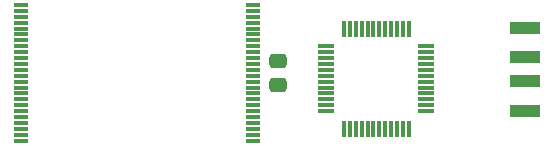
<source format=gbr>
%TF.GenerationSoftware,KiCad,Pcbnew,(6.0.5)*%
%TF.CreationDate,2023-05-24T20:51:29+03:00*%
%TF.ProjectId,USB_MASS_STORAGE_DEVICE,5553425f-4d41-4535-935f-53544f524147,rev?*%
%TF.SameCoordinates,Original*%
%TF.FileFunction,Paste,Top*%
%TF.FilePolarity,Positive*%
%FSLAX46Y46*%
G04 Gerber Fmt 4.6, Leading zero omitted, Abs format (unit mm)*
G04 Created by KiCad (PCBNEW (6.0.5)) date 2023-05-24 20:51:29*
%MOMM*%
%LPD*%
G01*
G04 APERTURE LIST*
G04 Aperture macros list*
%AMRoundRect*
0 Rectangle with rounded corners*
0 $1 Rounding radius*
0 $2 $3 $4 $5 $6 $7 $8 $9 X,Y pos of 4 corners*
0 Add a 4 corners polygon primitive as box body*
4,1,4,$2,$3,$4,$5,$6,$7,$8,$9,$2,$3,0*
0 Add four circle primitives for the rounded corners*
1,1,$1+$1,$2,$3*
1,1,$1+$1,$4,$5*
1,1,$1+$1,$6,$7*
1,1,$1+$1,$8,$9*
0 Add four rect primitives between the rounded corners*
20,1,$1+$1,$2,$3,$4,$5,0*
20,1,$1+$1,$4,$5,$6,$7,0*
20,1,$1+$1,$6,$7,$8,$9,0*
20,1,$1+$1,$8,$9,$2,$3,0*%
G04 Aperture macros list end*
%ADD10R,1.275000X0.300000*%
%ADD11R,2.500000X1.100000*%
%ADD12R,1.475000X0.300000*%
%ADD13R,0.300000X1.475000*%
%ADD14RoundRect,0.250000X0.475000X-0.337500X0.475000X0.337500X-0.475000X0.337500X-0.475000X-0.337500X0*%
G04 APERTURE END LIST*
D10*
%TO.C,K9GAG08U0E*%
X138238000Y-90375000D03*
X138238000Y-90875000D03*
X138238000Y-91375000D03*
X138238000Y-91875000D03*
X138238000Y-92375000D03*
X138238000Y-92875000D03*
X138238000Y-93375000D03*
X138238000Y-93875000D03*
X138238000Y-94375000D03*
X138238000Y-94875000D03*
X138238000Y-95375000D03*
X138238000Y-95875000D03*
X138238000Y-96375000D03*
X138238000Y-96875000D03*
X138238000Y-97375000D03*
X138238000Y-97875000D03*
X138238000Y-98375000D03*
X138238000Y-98875000D03*
X138238000Y-99375000D03*
X138238000Y-99875000D03*
X138238000Y-100375000D03*
X138238000Y-100875000D03*
X138238000Y-101375000D03*
X138238000Y-101875000D03*
X118562000Y-101875000D03*
X118562000Y-101375000D03*
X118562000Y-100875000D03*
X118562000Y-100375000D03*
X118562000Y-99875000D03*
X118562000Y-99375000D03*
X118562000Y-98875000D03*
X118562000Y-98375000D03*
X118562000Y-97875000D03*
X118562000Y-97375000D03*
X118562000Y-96875000D03*
X118562000Y-96375000D03*
X118562000Y-95875000D03*
X118562000Y-95375000D03*
X118562000Y-94875000D03*
X118562000Y-94375000D03*
X118562000Y-93875000D03*
X118562000Y-93375000D03*
X118562000Y-92875000D03*
X118562000Y-92375000D03*
X118562000Y-91875000D03*
X118562000Y-91375000D03*
X118562000Y-90875000D03*
X118562000Y-90375000D03*
%TD*%
D11*
%TO.C,REF\u002A\u002A*%
X161300000Y-92325000D03*
X161300000Y-94825000D03*
X161300000Y-96825000D03*
X161300000Y-99325000D03*
%TD*%
D12*
%TO.C,ST72681*%
X144437000Y-99375000D03*
X144437000Y-98875000D03*
X144437000Y-98375000D03*
X144437000Y-97875000D03*
X144437000Y-97375000D03*
X144437000Y-96875000D03*
X144437000Y-96375000D03*
X144437000Y-95875000D03*
X144437000Y-95375000D03*
X144437000Y-94875000D03*
X144437000Y-94375000D03*
X144437000Y-93875000D03*
D13*
X145925000Y-92387000D03*
X146425000Y-92387000D03*
X146925000Y-92387000D03*
X147425000Y-92387000D03*
X147925000Y-92387000D03*
X148425000Y-92387000D03*
X148925000Y-92387000D03*
X149425000Y-92387000D03*
X149925000Y-92387000D03*
X150425000Y-92387000D03*
X150925000Y-92387000D03*
X151425000Y-92387000D03*
D12*
X152913000Y-93875000D03*
X152913000Y-94375000D03*
X152913000Y-94875000D03*
X152913000Y-95375000D03*
X152913000Y-95875000D03*
X152913000Y-96375000D03*
X152913000Y-96875000D03*
X152913000Y-97375000D03*
X152913000Y-97875000D03*
X152913000Y-98375000D03*
X152913000Y-98875000D03*
X152913000Y-99375000D03*
D13*
X151425000Y-100863000D03*
X150925000Y-100863000D03*
X150425000Y-100863000D03*
X149925000Y-100863000D03*
X149425000Y-100863000D03*
X148925000Y-100863000D03*
X148425000Y-100863000D03*
X147925000Y-100863000D03*
X147425000Y-100863000D03*
X146925000Y-100863000D03*
X146425000Y-100863000D03*
X145925000Y-100863000D03*
%TD*%
D14*
%TO.C,100nF*%
X140375000Y-95087500D03*
X140375000Y-97162500D03*
%TD*%
M02*

</source>
